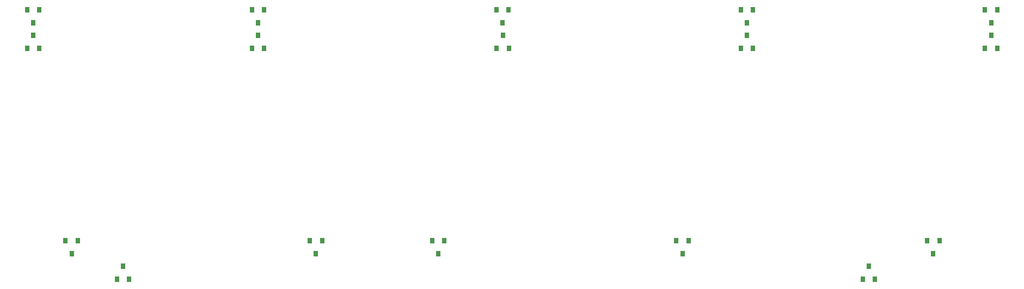
<source format=gbr>
%TF.GenerationSoftware,KiCad,Pcbnew,(6.0.0)*%
%TF.CreationDate,2022-01-08T09:02:27-05:00*%
%TF.ProjectId,iType,69547970-652e-46b6-9963-61645f706362,rev?*%
%TF.SameCoordinates,Original*%
%TF.FileFunction,Paste,Bot*%
%TF.FilePolarity,Positive*%
%FSLAX46Y46*%
G04 Gerber Fmt 4.6, Leading zero omitted, Abs format (unit mm)*
G04 Created by KiCad (PCBNEW (6.0.0)) date 2022-01-08 09:02:27*
%MOMM*%
%LPD*%
G01*
G04 APERTURE LIST*
%ADD10R,0.800000X0.900000*%
G04 APERTURE END LIST*
D10*
%TO.C,D10*%
X189966000Y-28905000D03*
X188066000Y-28905000D03*
X189016000Y-26905000D03*
%TD*%
%TO.C,D7*%
X75966000Y-28905000D03*
X74066000Y-28905000D03*
X75016000Y-26905000D03*
%TD*%
%TO.C,D1*%
X39066000Y-22905000D03*
X40966000Y-22905000D03*
X40016000Y-24905000D03*
%TD*%
%TO.C,D4*%
X150066000Y-22905000D03*
X151966000Y-22905000D03*
X151016000Y-24905000D03*
%TD*%
%TO.C,D11*%
X45066000Y-58905000D03*
X46966000Y-58905000D03*
X46016000Y-60905000D03*
%TD*%
%TO.C,D5*%
X188066000Y-22905000D03*
X189966000Y-22905000D03*
X189016000Y-24905000D03*
%TD*%
%TO.C,D2*%
X74066000Y-22905000D03*
X75966000Y-22905000D03*
X75016000Y-24905000D03*
%TD*%
%TO.C,D6*%
X40966000Y-28905000D03*
X39066000Y-28905000D03*
X40016000Y-26905000D03*
%TD*%
%TO.C,D17*%
X170966000Y-64905000D03*
X169066000Y-64905000D03*
X170016000Y-62905000D03*
%TD*%
%TO.C,D14*%
X140066000Y-58905000D03*
X141966000Y-58905000D03*
X141016000Y-60905000D03*
%TD*%
%TO.C,D8*%
X114016000Y-28905000D03*
X112116000Y-28905000D03*
X113066000Y-26905000D03*
%TD*%
%TO.C,D9*%
X151966000Y-28905000D03*
X150066000Y-28905000D03*
X151016000Y-26905000D03*
%TD*%
%TO.C,D15*%
X179066000Y-58905000D03*
X180966000Y-58905000D03*
X180016000Y-60905000D03*
%TD*%
%TO.C,D12*%
X83066000Y-58905000D03*
X84966000Y-58905000D03*
X84016000Y-60905000D03*
%TD*%
%TO.C,D13*%
X102066000Y-58905000D03*
X103966000Y-58905000D03*
X103016000Y-60905000D03*
%TD*%
%TO.C,D3*%
X112066000Y-22905000D03*
X113966000Y-22905000D03*
X113016000Y-24905000D03*
%TD*%
%TO.C,D16*%
X54966000Y-64905000D03*
X53066000Y-64905000D03*
X54016000Y-62905000D03*
%TD*%
M02*

</source>
